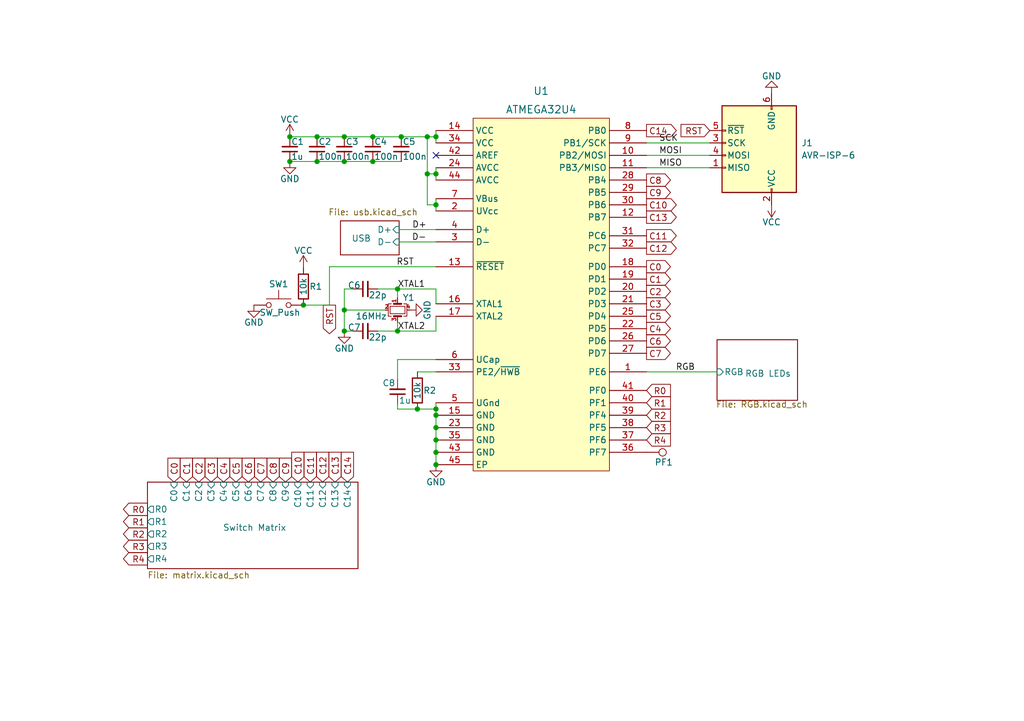
<source format=kicad_sch>
(kicad_sch (version 20210621) (generator eeschema)
  (paper "A5")
  (title_block (title "Synth Labs 065 Hotswap RGB PCB") (date "2021-11-01") (rev "1.0") (company "0xCB") (comment 1 "Conor Burns"))
  (lib_symbols
    (symbol "0xcb:ATMEGA32U4"
      (property "Reference" "U" (at -17.78 30.48 0))
      (property "Value" "ATMEGA32U4" (at -5.08 30.48 0))
      (symbol "ATMEGA32U4_0_1"
        (rectangle (start 8.89 29.21) (end -19.05 -43.18) (fill (type background)))
      )
      (symbol "ATMEGA32U4_1_1"
        (pin bidirectional line (at 16.51 -22.86 180) (length 7.62) (name "PE6") (number "1"))
        (pin bidirectional line (at 16.51 21.59 180) (length 7.62) (name "PB2/MOSI") (number "10"))
        (pin bidirectional line (at 16.51 19.05 180) (length 7.62) (name "PB3/MISO") (number "11"))
        (pin bidirectional line (at 16.51 8.89 180) (length 7.62) (name "PB7") (number "12"))
        (pin input line (at -26.67 -1.27 0) (length 7.62) (name "~{RESET}") (number "13"))
        (pin power_in line (at -26.67 26.67 0) (length 7.62) (name "VCC") (number "14"))
        (pin power_in line (at -26.67 -31.75 0) (length 7.62) (name "GND") (number "15"))
        (pin input line (at -26.67 -8.89 0) (length 7.62) (name "XTAL1") (number "16"))
        (pin output line (at -26.67 -11.43 0) (length 7.62) (name "XTAL2") (number "17"))
        (pin bidirectional line (at 16.51 -1.27 180) (length 7.62) (name "PD0") (number "18"))
        (pin bidirectional line (at 16.51 -3.81 180) (length 7.62) (name "PD1") (number "19"))
        (pin power_in line (at -26.67 10.16 0) (length 7.62) (name "UVcc") (number "2"))
        (pin bidirectional line (at 16.51 -6.35 180) (length 7.62) (name "PD2") (number "20"))
        (pin bidirectional line (at 16.51 -8.89 180) (length 7.62) (name "PD3") (number "21"))
        (pin bidirectional line (at 16.51 -13.97 180) (length 7.62) (name "PD5") (number "22"))
        (pin power_in line (at -26.67 -34.29 0) (length 7.62) (name "GND") (number "23"))
        (pin power_in line (at -26.67 19.05 0) (length 7.62) (name "AVCC") (number "24"))
        (pin bidirectional line (at 16.51 -11.43 180) (length 7.62) (name "PD4") (number "25"))
        (pin bidirectional line (at 16.51 -16.51 180) (length 7.62) (name "PD6") (number "26"))
        (pin bidirectional line (at 16.51 -19.05 180) (length 7.62) (name "PD7") (number "27"))
        (pin bidirectional line (at 16.51 16.51 180) (length 7.62) (name "PB4") (number "28"))
        (pin bidirectional line (at 16.51 13.97 180) (length 7.62) (name "PB5") (number "29"))
        (pin bidirectional line (at -26.67 3.81 0) (length 7.62) (name "D-") (number "3"))
        (pin bidirectional line (at 16.51 11.43 180) (length 7.62) (name "PB6") (number "30"))
        (pin bidirectional line (at 16.51 5.08 180) (length 7.62) (name "PC6") (number "31"))
        (pin bidirectional line (at 16.51 2.54 180) (length 7.62) (name "PC7") (number "32"))
        (pin bidirectional line (at -26.67 -22.86 0) (length 7.62) (name "PE2/~{HWB}") (number "33"))
        (pin power_in line (at -26.67 24.13 0) (length 7.62) (name "VCC") (number "34"))
        (pin power_in line (at -26.67 -36.83 0) (length 7.62) (name "GND") (number "35"))
        (pin bidirectional line (at 16.51 -39.37 180) (length 7.62) (name "PF7") (number "36"))
        (pin bidirectional line (at 16.51 -36.83 180) (length 7.62) (name "PF6") (number "37"))
        (pin bidirectional line (at 16.51 -34.29 180) (length 7.62) (name "PF5") (number "38"))
        (pin bidirectional line (at 16.51 -31.75 180) (length 7.62) (name "PF4") (number "39"))
        (pin bidirectional line (at -26.67 6.35 0) (length 7.62) (name "D+") (number "4"))
        (pin bidirectional line (at 16.51 -29.21 180) (length 7.62) (name "PF1") (number "40"))
        (pin bidirectional line (at 16.51 -26.67 180) (length 7.62) (name "PF0") (number "41"))
        (pin input line (at -26.67 21.59 0) (length 7.62) (name "AREF") (number "42"))
        (pin power_in line (at -26.67 -39.37 0) (length 7.62) (name "GND") (number "43"))
        (pin power_in line (at -26.67 16.51 0) (length 7.62) (name "AVCC") (number "44"))
        (pin power_in line (at -26.67 -41.91 0) (length 7.62) (name "EP") (number "45"))
        (pin power_in line (at -26.67 -29.21 0) (length 7.62) (name "UGnd") (number "5"))
        (pin input line (at -26.67 -20.32 0) (length 7.62) (name "UCap") (number "6"))
        (pin input line (at -26.67 12.7 0) (length 7.62) (name "VBus") (number "7"))
        (pin bidirectional line (at 16.51 26.67 180) (length 7.62) (name "PB0") (number "8"))
        (pin bidirectional line (at 16.51 24.13 180) (length 7.62) (name "PB1/SCK") (number "9"))
      )
    )
    (symbol "Connector:AVR-ISP-6" (pin_names (offset 1.016))
      (property "Reference" "J" (at -6.35 11.43 0))
      (property "Value" "AVR-ISP-6" (at 0 11.43 0))
      (symbol "AVR-ISP-6_0_1"
        (rectangle (start -2.667 -6.858) (end -2.413 -7.62))
        (rectangle (start -2.667 10.16) (end -2.413 9.398))
        (rectangle (start 7.62 -2.413) (end 6.858 -2.667))
        (rectangle (start 7.62 0.127) (end 6.858 -0.127))
        (rectangle (start 7.62 2.667) (end 6.858 2.413))
        (rectangle (start 7.62 5.207) (end 6.858 4.953))
        (rectangle (start 7.62 10.16) (end -7.62 -7.62) (stroke (width 0.254)) (fill (type background)))
      )
      (symbol "AVR-ISP-6_1_1"
        (pin passive line (at 10.16 5.08 180) (length 2.54) (name "MISO") (number "1"))
        (pin passive line (at -2.54 12.7 270) (length 2.54) (name "VCC") (number "2"))
        (pin passive line (at 10.16 0 180) (length 2.54) (name "SCK") (number "3"))
        (pin passive line (at 10.16 2.54 180) (length 2.54) (name "MOSI") (number "4"))
        (pin passive line (at 10.16 -2.54 180) (length 2.54) (name "~{RST}") (number "5"))
        (pin passive line (at -2.54 -10.16 90) (length 2.54) (name "GND") (number "6"))
      )
    )
    (symbol "Connector:TestPoint" (pin_numbers hide) (pin_names (offset 0.762) hide)
      (property "Reference" "TP" (at 0 6.858 0))
      (property "Value" "TestPoint" (at 0 5.08 0))
      (symbol "TestPoint_0_1"
        (circle (center 0 3.302) (radius 0.762))
      )
      (symbol "TestPoint_1_1"
        (pin passive line (at 0 0 90) (length 2.54) (name "1") (number "1"))
      )
    )
    (symbol "Device:C_Small" (pin_numbers hide) (pin_names (offset 0.254) hide)
      (property "Reference" "C" (at 0.254 1.778 0))
      (property "Value" "C_Small" (at 0.254 -2.032 0))
      (symbol "C_Small_0_1"
        (polyline (pts (xy -1.524 -0.508) (xy 1.524 -0.508)) (stroke (width 0.3302)))
        (polyline (pts (xy -1.524 0.508) (xy 1.524 0.508)) (stroke (width 0.3048)))
      )
      (symbol "C_Small_1_1"
        (pin passive line (at 0 2.54 270) (length 2.032) (name "~") (number "1"))
        (pin passive line (at 0 -2.54 90) (length 2.032) (name "~") (number "2"))
      )
    )
    (symbol "Device:Crystal_GND24_Small" (pin_names (offset 1.016) hide)
      (property "Reference" "Y" (at 1.27 4.445 0))
      (property "Value" "Crystal_GND24_Small" (at 1.27 2.54 0))
      (symbol "Crystal_GND24_Small_0_1"
        (rectangle (start -0.762 -1.524) (end 0.762 1.524))
        (polyline (pts (xy -1.27 -0.762) (xy -1.27 0.762)) (stroke (width 0.381)))
        (polyline (pts (xy 1.27 -0.762) (xy 1.27 0.762)) (stroke (width 0.381)))
        (polyline (pts (xy -1.27 -1.27) (xy -1.27 -1.905) (xy 1.27 -1.905) (xy 1.27 -1.27)))
        (polyline (pts (xy -1.27 1.27) (xy -1.27 1.905) (xy 1.27 1.905) (xy 1.27 1.27)))
      )
      (symbol "Crystal_GND24_Small_1_1"
        (pin passive line (at -2.54 0 0) (length 1.27) (name "1") (number "1"))
        (pin passive line (at 0 -2.54 90) (length 0.635) (name "2") (number "2"))
        (pin passive line (at 2.54 0 180) (length 1.27) (name "3") (number "3"))
        (pin passive line (at 0 2.54 270) (length 0.635) (name "4") (number "4"))
      )
    )
    (symbol "Device:R" (pin_numbers hide) (pin_names (offset 0))
      (property "Reference" "R" (at 2.032 0 90))
      (property "Value" "R" (at 0 0 90))
      (symbol "R_0_1"
        (rectangle (start -1.016 -2.54) (end 1.016 2.54) (stroke (width 0.254)))
      )
      (symbol "R_1_1"
        (pin passive line (at 0 3.81 270) (length 1.27) (name "~") (number "1"))
        (pin passive line (at 0 -3.81 90) (length 1.27) (name "~") (number "2"))
      )
    )
    (symbol "Switch:SW_Push" (pin_numbers hide) (pin_names (offset 1.016) hide)
      (property "Reference" "SW" (at 1.27 2.54 0))
      (property "Value" "SW_Push" (at 0 -1.524 0))
      (symbol "SW_Push_0_1"
        (circle (center -2.032 0) (radius 0.508))
        (polyline (pts (xy 0 1.27) (xy 0 3.048)))
        (polyline (pts (xy 2.54 1.27) (xy -2.54 1.27)))
        (circle (center 2.032 0) (radius 0.508))
        (pin passive line (at -5.08 0 0) (length 2.54) (name "1") (number "1"))
        (pin passive line (at 5.08 0 180) (length 2.54) (name "2") (number "2"))
      )
    )
    (symbol "power:GND" (power) (pin_names (offset 0))
      (property "Value" "GND" (at 0 -3.81 0))
      (symbol "GND_0_1"
        (polyline (pts (xy 0 0) (xy 0 -1.27) (xy 1.27 -1.27) (xy 0 -2.54) (xy -1.27 -1.27) (xy 0 -1.27)))
      )
      (symbol "GND_1_1"
        (pin power_in line (at 0 0 270) (length 0) hide (name "GND") (number "1"))
      )
    )
    (symbol "power:VCC" (power) (pin_names (offset 0))
      (property "Value" "VCC" (at 0 3.81 0))
      (symbol "VCC_0_1"
        (polyline (pts (xy -0.762 1.27) (xy 0 2.54)))
        (polyline (pts (xy 0 0) (xy 0 2.54)))
        (polyline (pts (xy 0 2.54) (xy 0.762 1.27)))
      )
      (symbol "VCC_1_1"
        (pin power_in line (at 0 0 90) (length 0) hide (name "VCC") (number "1"))
      )
    )
  )
  (junction (at 59.436 28.067))
  (junction (at 59.436 33.147))
  (junction (at 62.23 62.611))
  (junction (at 65.024 28.067))
  (junction (at 65.024 33.147))
  (junction (at 70.612 28.067))
  (junction (at 70.612 33.147))
  (junction (at 70.612 63.627))
  (junction (at 70.612 67.945))
  (junction (at 76.454 28.067))
  (junction (at 76.454 33.147))
  (junction (at 81.534 59.309))
  (junction (at 81.534 67.945))
  (junction (at 82.296 28.067))
  (junction (at 85.598 83.947))
  (junction (at 87.63 28.067))
  (junction (at 87.63 35.687))
  (junction (at 89.408 28.067))
  (junction (at 89.408 35.687))
  (junction (at 89.408 42.037))
  (junction (at 89.408 83.947))
  (junction (at 89.408 85.217))
  (junction (at 89.408 87.757))
  (junction (at 89.408 90.297))
  (junction (at 89.408 92.837))
  (junction (at 89.408 95.377))
  (no_connect (at 89.408 31.877))
  (wire (pts (xy 59.436 28.067) (xy 65.024 28.067)))
  (wire (pts (xy 59.436 33.147) (xy 65.024 33.147)))
  (wire (pts (xy 62.23 62.611) (xy 67.564 62.611)))
  (wire (pts (xy 65.024 28.067) (xy 70.612 28.067)))
  (wire (pts (xy 65.024 33.147) (xy 70.612 33.147)))
  (wire (pts (xy 67.564 54.737) (xy 67.564 62.611)))
  (wire (pts (xy 70.612 28.067) (xy 76.454 28.067)))
  (wire (pts (xy 70.612 33.147) (xy 76.454 33.147)))
  (wire (pts (xy 70.612 59.309) (xy 70.612 63.627)))
  (wire (pts (xy 70.612 63.627) (xy 70.612 67.945)))
  (wire (pts (xy 70.612 67.945) (xy 72.39 67.945)))
  (wire (pts (xy 72.39 59.309) (xy 70.612 59.309)))
  (wire (pts (xy 76.454 28.067) (xy 82.296 28.067)))
  (wire (pts (xy 76.454 33.147) (xy 82.296 33.147)))
  (wire (pts (xy 77.47 59.309) (xy 81.534 59.309)))
  (wire (pts (xy 77.47 67.945) (xy 81.534 67.945)))
  (wire (pts (xy 78.994 63.627) (xy 70.612 63.627)))
  (wire (pts (xy 81.534 61.087) (xy 81.534 59.309)))
  (wire (pts (xy 81.534 66.167) (xy 81.534 67.945)))
  (wire (pts (xy 81.534 67.945) (xy 89.408 67.945)))
  (wire (pts (xy 81.534 73.787) (xy 89.408 73.787)))
  (wire (pts (xy 81.534 77.851) (xy 81.534 73.787)))
  (wire (pts (xy 81.534 82.931) (xy 81.534 83.947)))
  (wire (pts (xy 81.534 83.947) (xy 85.598 83.947)))
  (wire (pts (xy 81.869 47.117) (xy 89.408 47.117)))
  (wire (pts (xy 81.869 49.657) (xy 89.408 49.657)))
  (wire (pts (xy 82.296 28.067) (xy 87.63 28.067)))
  (wire (pts (xy 87.63 28.067) (xy 89.408 28.067)))
  (wire (pts (xy 87.63 35.687) (xy 87.63 28.067)))
  (wire (pts (xy 87.63 35.687) (xy 89.408 35.687)))
  (wire (pts (xy 87.63 42.037) (xy 87.63 35.687)))
  (wire (pts (xy 89.408 26.797) (xy 89.408 28.067)))
  (wire (pts (xy 89.408 28.067) (xy 89.408 29.337)))
  (wire (pts (xy 89.408 34.417) (xy 89.408 35.687)))
  (wire (pts (xy 89.408 35.687) (xy 89.408 36.957)))
  (wire (pts (xy 89.408 40.767) (xy 89.408 42.037)))
  (wire (pts (xy 89.408 42.037) (xy 87.63 42.037)))
  (wire (pts (xy 89.408 42.037) (xy 89.408 43.307)))
  (wire (pts (xy 89.408 54.737) (xy 67.564 54.737)))
  (wire (pts (xy 89.408 59.309) (xy 81.534 59.309)))
  (wire (pts (xy 89.408 62.357) (xy 89.408 59.309)))
  (wire (pts (xy 89.408 64.897) (xy 89.408 67.945)))
  (wire (pts (xy 89.408 76.327) (xy 85.598 76.327)))
  (wire (pts (xy 89.408 82.677) (xy 89.408 83.947)))
  (wire (pts (xy 89.408 83.947) (xy 85.598 83.947)))
  (wire (pts (xy 89.408 83.947) (xy 89.408 85.217)))
  (wire (pts (xy 89.408 85.217) (xy 89.408 87.757)))
  (wire (pts (xy 89.408 87.757) (xy 89.408 90.297)))
  (wire (pts (xy 89.408 90.297) (xy 89.408 92.837)))
  (wire (pts (xy 89.408 92.837) (xy 89.408 95.377)))
  (wire (pts (xy 132.588 29.337) (xy 145.542 29.337)))
  (wire (pts (xy 132.588 31.877) (xy 145.542 31.877)))
  (wire (pts (xy 132.588 34.417) (xy 145.542 34.417)))
  (wire (pts (xy 132.588 76.327) (xy 147.066 76.327)))
  (label "RST" (at 81.28 54.737 0))
  (label "XTAL1" (at 81.534 59.309 0))
  (label "XTAL2" (at 81.534 67.945 0))
  (label "D-" (at 84.4445 49.657 0))
  (label "D+" (at 84.5022 47.117 0))
  (label "SCK" (at 135.128 29.337 0))
  (label "MOSI" (at 135.128 31.877 0))
  (label "MISO" (at 135.128 34.417 0))
  (label "RGB" (at 138.557 76.327 0))
  (global_label "R0" (shape output) (at 30.226 104.521 180) (property "Intersheet References" "${INTERSHEET_REFS}" (effects hide)))
  (global_label "R1" (shape output) (at 30.226 107.061 180) (property "Intersheet References" "${INTERSHEET_REFS}" (effects hide)))
  (global_label "R2" (shape output) (at 30.226 109.601 180) (property "Intersheet References" "${INTERSHEET_REFS}" (effects hide)))
  (global_label "R3" (shape output) (at 30.226 112.141 180) (property "Intersheet References" "${INTERSHEET_REFS}" (effects hide)))
  (global_label "R4" (shape output) (at 30.226 114.681 180) (property "Intersheet References" "${INTERSHEET_REFS}" (effects hide)))
  (global_label "C0" (shape input) (at 35.687 98.933 90) (property "Intersheet References" "${INTERSHEET_REFS}" (effects hide)))
  (global_label "C1" (shape input) (at 38.227 98.933 90) (property "Intersheet References" "${INTERSHEET_REFS}" (effects hide)))
  (global_label "C2" (shape input) (at 40.767 98.933 90) (property "Intersheet References" "${INTERSHEET_REFS}" (effects hide)))
  (global_label "C3" (shape input) (at 43.307 98.933 90) (property "Intersheet References" "${INTERSHEET_REFS}" (effects hide)))
  (global_label "C4" (shape input) (at 45.847 98.933 90) (property "Intersheet References" "${INTERSHEET_REFS}" (effects hide)))
  (global_label "C5" (shape input) (at 48.387 98.933 90) (property "Intersheet References" "${INTERSHEET_REFS}" (effects hide)))
  (global_label "C6" (shape input) (at 50.927 98.933 90) (property "Intersheet References" "${INTERSHEET_REFS}" (effects hide)))
  (global_label "C7" (shape input) (at 53.467 98.933 90) (property "Intersheet References" "${INTERSHEET_REFS}" (effects hide)))
  (global_label "C8" (shape input) (at 56.007 98.933 90) (property "Intersheet References" "${INTERSHEET_REFS}" (effects hide)))
  (global_label "C9" (shape input) (at 58.547 98.933 90) (property "Intersheet References" "${INTERSHEET_REFS}" (effects hide)))
  (global_label "C10" (shape input) (at 61.087 98.933 90) (property "Intersheet References" "${INTERSHEET_REFS}" (effects hide)))
  (global_label "C11" (shape input) (at 63.627 98.933 90) (property "Intersheet References" "${INTERSHEET_REFS}" (effects hide)))
  (global_label "C12" (shape input) (at 66.167 98.933 90) (property "Intersheet References" "${INTERSHEET_REFS}" (effects hide)))
  (global_label "RST" (shape output) (at 67.564 62.611 270) (property "Intersheet References" "${INTERSHEET_REFS}" (effects hide)))
  (global_label "C13" (shape input) (at 68.707 98.933 90) (property "Intersheet References" "${INTERSHEET_REFS}" (effects hide)))
  (global_label "C14" (shape input) (at 71.247 98.933 90) (property "Intersheet References" "${INTERSHEET_REFS}" (effects hide)))
  (global_label "C14" (shape output) (at 132.588 26.797 0) (property "Intersheet References" "${INTERSHEET_REFS}" (effects hide)))
  (global_label "C8" (shape output) (at 132.588 36.957 0) (property "Intersheet References" "${INTERSHEET_REFS}" (effects hide)))
  (global_label "C9" (shape output) (at 132.588 39.497 0) (property "Intersheet References" "${INTERSHEET_REFS}" (effects hide)))
  (global_label "C10" (shape output) (at 132.588 42.037 0) (property "Intersheet References" "${INTERSHEET_REFS}" (effects hide)))
  (global_label "C13" (shape output) (at 132.588 44.577 0) (property "Intersheet References" "${INTERSHEET_REFS}" (effects hide)))
  (global_label "C11" (shape output) (at 132.588 48.387 0) (property "Intersheet References" "${INTERSHEET_REFS}" (effects hide)))
  (global_label "C12" (shape output) (at 132.588 50.927 0) (property "Intersheet References" "${INTERSHEET_REFS}" (effects hide)))
  (global_label "C0" (shape output) (at 132.588 54.737 0) (property "Intersheet References" "${INTERSHEET_REFS}" (effects hide)))
  (global_label "C1" (shape output) (at 132.588 57.277 0) (property "Intersheet References" "${INTERSHEET_REFS}" (effects hide)))
  (global_label "C2" (shape output) (at 132.588 59.817 0) (property "Intersheet References" "${INTERSHEET_REFS}" (effects hide)))
  (global_label "C3" (shape output) (at 132.588 62.357 0) (property "Intersheet References" "${INTERSHEET_REFS}" (effects hide)))
  (global_label "C5" (shape output) (at 132.588 64.897 0) (property "Intersheet References" "${INTERSHEET_REFS}" (effects hide)))
  (global_label "C4" (shape output) (at 132.588 67.437 0) (property "Intersheet References" "${INTERSHEET_REFS}" (effects hide)))
  (global_label "C6" (shape output) (at 132.588 69.977 0) (property "Intersheet References" "${INTERSHEET_REFS}" (effects hide)))
  (global_label "C7" (shape output) (at 132.588 72.517 0) (property "Intersheet References" "${INTERSHEET_REFS}" (effects hide)))
  (global_label "R0" (shape input) (at 132.588 80.137 0) (property "Intersheet References" "${INTERSHEET_REFS}" (effects hide)))
  (global_label "R1" (shape input) (at 132.588 82.677 0) (property "Intersheet References" "${INTERSHEET_REFS}" (effects hide)))
  (global_label "R2" (shape input) (at 132.588 85.217 0) (property "Intersheet References" "${INTERSHEET_REFS}" (effects hide)))
  (global_label "R3" (shape input) (at 132.588 87.757 0) (property "Intersheet References" "${INTERSHEET_REFS}" (effects hide)))
  (global_label "R4" (shape input) (at 132.588 90.297 0) (property "Intersheet References" "${INTERSHEET_REFS}" (effects hide)))
  (global_label "RST" (shape input) (at 145.542 26.797 180) (property "Intersheet References" "${INTERSHEET_REFS}" (effects hide)))
  (symbol (lib_id "power:VCC") (at 59.436 28.067 0) (unit 1)
    (property "Reference" "#PWR02" (effects hide))
    (property "Value" "VCC" (at 59.436 24.511 0))
  )
  (symbol (lib_id "power:VCC") (at 62.23 54.991 0) (unit 1)
    (property "Reference" "#PWR05" (effects hide))
    (property "Value" "VCC" (at 62.23 51.435 0))
  )
  (symbol (lib_id "power:VCC") (at 158.242 42.037 180) (unit 1)
    (property "Reference" "#PWR04" (effects hide))
    (property "Value" "VCC" (at 158.242 45.593 0))
  )
  (symbol (lib_id "Connector:TestPoint") (at 132.588 92.837 270) (unit 1) (in_bom no)
    (property "Reference" "PF1" (at 134.239 94.8689 90) (effects (justify left)))
    (property "Value" "TestPoint" (effects hide))
    (property "Footprint" "TestPoint:TestPoint_Pad_D1.5mm" (effects hide))
  )
  (symbol (lib_id "power:GND") (at 52.07 62.611 0) (unit 1)
    (property "Reference" "#PWR06" (effects hide))
    (property "Value" "GND" (at 52.07 66.167 0))
  )
  (symbol (lib_id "power:GND") (at 59.436 33.147 0) (unit 1)
    (property "Reference" "#PWR03" (effects hide))
    (property "Value" "GND" (at 59.436 36.703 0))
  )
  (symbol (lib_id "power:GND") (at 70.612 67.945 0) (unit 1)
    (property "Reference" "#PWR08" (effects hide))
    (property "Value" "GND" (at 70.612 71.501 0))
  )
  (symbol (lib_id "power:GND") (at 84.074 63.627 90) (unit 1)
    (property "Reference" "#PWR07" (effects hide))
    (property "Value" "GND" (at 87.63 63.627 0))
  )
  (symbol (lib_id "power:GND") (at 89.408 95.377 0) (unit 1)
    (property "Reference" "#PWR09" (effects hide))
    (property "Value" "GND" (at 89.408 98.933 0))
  )
  (symbol (lib_id "power:GND") (at 158.242 19.177 180) (unit 1)
    (property "Reference" "#PWR01" (effects hide))
    (property "Value" "GND" (at 158.242 15.621 0))
  )
  (symbol (lib_id "Device:C_Small") (at 59.436 30.607 180) (unit 1)
    (property "Reference" "C1" (at 59.69 29.0829 0) (effects (justify right)))
    (property "Value" "1u" (at 59.69 32.1309 0) (effects (justify right)))
    (property "Footprint" "Capacitor_SMD:C_0603_1608Metric" (effects hide))
  )
  (symbol (lib_id "Device:C_Small") (at 65.024 30.607 180) (unit 1)
    (property "Reference" "C2" (at 65.278 29.0829 0) (effects (justify right)))
    (property "Value" "100n" (at 65.278 32.1309 0) (effects (justify right)))
    (property "Footprint" "Capacitor_SMD:C_0603_1608Metric" (effects hide))
  )
  (symbol (lib_id "Device:C_Small") (at 70.612 30.607 180) (unit 1)
    (property "Reference" "C3" (at 70.866 29.0829 0) (effects (justify right)))
    (property "Value" "100n" (at 70.866 32.1309 0) (effects (justify right)))
    (property "Footprint" "Capacitor_SMD:C_0603_1608Metric" (effects hide))
  )
  (symbol (lib_id "Device:C_Small") (at 74.93 59.309 90) (mirror x) (unit 1)
    (property "Reference" "C6" (at 72.644 58.547 90))
    (property "Value" "22p" (at 77.47 60.579 90))
    (property "Footprint" "Capacitor_SMD:C_0603_1608Metric" (effects hide))
  )
  (symbol (lib_id "Device:C_Small") (at 74.93 67.945 90) (unit 1)
    (property "Reference" "C7" (at 72.644 67.183 90))
    (property "Value" "22p" (at 77.47 69.215 90))
    (property "Footprint" "Capacitor_SMD:C_0603_1608Metric" (effects hide))
  )
  (symbol (lib_id "Device:C_Small") (at 76.454 30.607 180) (unit 1)
    (property "Reference" "C4" (at 76.708 29.0829 0) (effects (justify right)))
    (property "Value" "100n" (at 76.708 32.1309 0) (effects (justify right)))
    (property "Footprint" "Capacitor_SMD:C_0603_1608Metric" (effects hide))
  )
  (symbol (lib_id "Device:C_Small") (at 81.534 80.391 180) (unit 1)
    (property "Reference" "C8" (at 79.756 78.613 0))
    (property "Value" "1u" (at 83.058 82.169 0))
    (property "Footprint" "Capacitor_SMD:C_0603_1608Metric" (effects hide))
  )
  (symbol (lib_id "Device:C_Small") (at 82.296 30.607 180) (unit 1)
    (property "Reference" "C5" (at 82.55 29.0829 0) (effects (justify right)))
    (property "Value" "100n" (at 82.55 32.1309 0) (effects (justify right)))
    (property "Footprint" "Capacitor_SMD:C_0603_1608Metric" (effects hide))
  )
  (symbol (lib_id "Device:R") (at 62.23 58.801 180) (unit 1)
    (property "Reference" "R1" (at 64.77 58.801 0))
    (property "Value" "10k" (at 62.23 58.801 90))
    (property "Footprint" "Resistor_SMD:R_0603_1608Metric" (effects hide))
  )
  (symbol (lib_id "Device:R") (at 85.598 80.137 180) (unit 1)
    (property "Reference" "R2" (at 88.138 80.137 0))
    (property "Value" "10k" (at 85.598 80.137 90))
    (property "Footprint" "Resistor_SMD:R_0603_1608Metric" (effects hide))
  )
  (symbol (lib_id "Device:Crystal_GND24_Small") (at 81.534 63.627 270) (unit 1)
    (property "Reference" "Y1" (at 82.55 61.0869 90) (effects (justify left)))
    (property "Value" "16MHz" (at 72.898 64.8969 90) (effects (justify left)))
    (property "Footprint" "0xcb:Crystal_SMD_3225-4Pin_3.2x2.5mm" (effects hide))
  )
  (symbol (lib_id "Switch:SW_Push") (at 57.15 62.611 0) (unit 1)
    (property "Reference" "SW1" (at 57.15 58.293 0))
    (property "Value" "SW_Push" (at 57.404 64.135 0))
    (property "Footprint" "Button_Switch_SMD:SW_SPST_TL3342" (effects hide))
  )
  (symbol (lib_id "Connector:AVR-ISP-6") (at 155.702 29.337 180) (unit 1) (in_bom no)
    (property "Reference" "J1" (at 164.338 29.3369 0) (effects (justify right)))
    (property "Value" "AVR-ISP-6" (at 164.338 31.8769 0) (effects (justify right)))
    (property "Footprint" "0xcb:AVR_PROG_2.54_THT" (effects hide))
    (property "Datasheet" " ~" (effects hide))
  )
  (symbol (lib_id "0xcb:ATMEGA32U4") (at 116.078 53.467 0) (unit 1)
    (property "Reference" "U1" (at 110.998 18.669 0) (effects (font (size 1.524 1.524))))
    (property "Value" "ATMEGA32U4" (at 110.998 22.479 0) (effects (font (size 1.524 1.524))))
    (property "Footprint" "0xcb:QFN-44-1EP_7x7mm_P0.5mm_EP5.2x5.2mm_ThermalVias" (effects hide))
  )
  (sheet (at 147.066 69.723) (size 16.51 12.446) (stroke (width 0.1524))
    (property "Sheet name" "RGB LEDs" (at 152.781 77.3934 0) (effects (justify left bottom)))
    (property "Sheet file" "RGB.kicad_sch" (at 146.812 82.2456 0) (effects (justify left top)))
    (pin "RGB" input (at 147.066 76.327 180))
  )
  (sheet (at 30.226 98.933) (size 43.18 17.78) (stroke (width 0.1524))
    (property "Sheet name" "Switch Matrix" (at 45.72 109.0164 0) (effects (justify left bottom)))
    (property "Sheet file" "matrix.kicad_sch" (at 30.226 117.2976 0) (effects (justify left top)))
    (pin "C3" input (at 43.307 98.933 90))
    (pin "C4" input (at 45.847 98.933 90))
    (pin "C2" input (at 40.767 98.933 90))
    (pin "C1" input (at 38.227 98.933 90))
    (pin "C0" input (at 35.687 98.933 90))
    (pin "R4" output (at 30.226 114.681 180))
    (pin "C6" input (at 50.927 98.933 90))
    (pin "C5" input (at 48.387 98.933 90))
    (pin "R2" output (at 30.226 109.601 180))
    (pin "R3" output (at 30.226 112.141 180))
    (pin "R0" output (at 30.226 104.521 180))
    (pin "R1" output (at 30.226 107.061 180))
    (pin "C7" input (at 53.467 98.933 90))
    (pin "C12" input (at 66.167 98.933 90))
    (pin "C13" input (at 68.707 98.933 90))
    (pin "C10" input (at 61.087 98.933 90))
    (pin "C11" input (at 63.627 98.933 90))
    (pin "C9" input (at 58.547 98.933 90))
    (pin "C8" input (at 56.007 98.933 90))
    (pin "C14" input (at 71.247 98.933 90))
  )
  (sheet (at 69.804 45.339) (size 12.065 6.985) (stroke (width 0.1524))
    (property "Sheet name" "USB" (at 72.09 49.6566 0) (effects (justify left bottom)))
    (property "Sheet file" "usb.kicad_sch" (at 67.3148 42.7994 0) (effects (justify left top)))
    (pin "D-" input (at 81.869 49.657 0))
    (pin "D+" input (at 81.869 47.117 0))
  )
)
</source>
